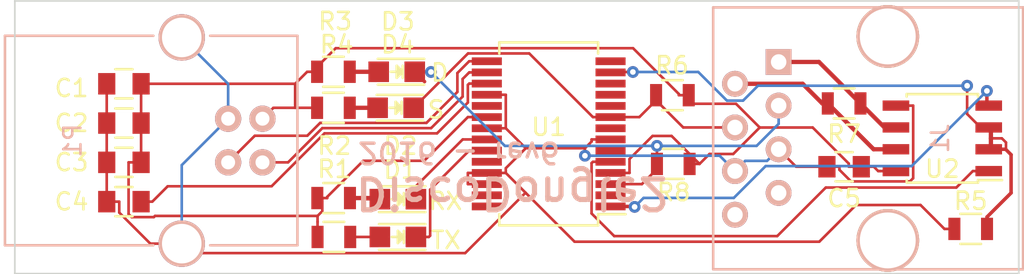
<source format=kicad_pcb>
(kicad_pcb (version 20171130) (host pcbnew "(5.1.12)-1")

  (general
    (thickness 1.6)
    (drawings 6)
    (tracks 247)
    (zones 0)
    (modules 21)
    (nets 32)
  )

  (page A4)
  (layers
    (0 F.Cu signal)
    (31 B.Cu signal)
    (32 B.Adhes user hide)
    (33 F.Adhes user hide)
    (34 B.Paste user hide)
    (35 F.Paste user hide)
    (36 B.SilkS user hide)
    (37 F.SilkS user hide)
    (38 B.Mask user hide)
    (39 F.Mask user hide)
    (40 Dwgs.User user hide)
    (41 Cmts.User user hide)
    (42 Eco1.User user hide)
    (43 Eco2.User user hide)
    (44 Edge.Cuts user)
    (45 Margin user hide)
    (46 B.CrtYd user hide)
    (47 F.CrtYd user hide)
    (48 B.Fab user hide)
    (49 F.Fab user hide)
  )

  (setup
    (last_trace_width 0.1524)
    (user_trace_width 0.2032)
    (trace_clearance 0.1524)
    (zone_clearance 0.25)
    (zone_45_only no)
    (trace_min 0.1524)
    (via_size 0.6858)
    (via_drill 0.3302)
    (via_min_size 0.6858)
    (via_min_drill 0.3302)
    (uvia_size 0.762)
    (uvia_drill 0.508)
    (uvias_allowed no)
    (uvia_min_size 0)
    (uvia_min_drill 0)
    (edge_width 0.1)
    (segment_width 0.2)
    (pcb_text_width 0.3)
    (pcb_text_size 1.5 1.5)
    (mod_edge_width 0.15)
    (mod_text_size 1 1)
    (mod_text_width 0.15)
    (pad_size 1.5 1.5)
    (pad_drill 0.6)
    (pad_to_mask_clearance 0)
    (aux_axis_origin 0 0)
    (grid_origin 205.232 104.394)
    (visible_elements 7FFFFFFF)
    (pcbplotparams
      (layerselection 0x010f8_80000001)
      (usegerberextensions true)
      (usegerberattributes true)
      (usegerberadvancedattributes true)
      (creategerberjobfile true)
      (excludeedgelayer true)
      (linewidth 0.100000)
      (plotframeref false)
      (viasonmask false)
      (mode 1)
      (useauxorigin false)
      (hpglpennumber 1)
      (hpglpenspeed 20)
      (hpglpendiameter 15.000000)
      (psnegative false)
      (psa4output false)
      (plotreference true)
      (plotvalue true)
      (plotinvisibletext false)
      (padsonsilk false)
      (subtractmaskfromsilk false)
      (outputformat 1)
      (mirror false)
      (drillshape 0)
      (scaleselection 1)
      (outputdirectory "Gerbers/"))
  )

  (net 0 "")
  (net 1 +5V)
  (net 2 GND)
  (net 3 "Net-(C4-Pad1)")
  (net 4 "Net-(D1-Pad2)")
  (net 5 TXLED)
  (net 6 "Net-(D2-Pad2)")
  (net 7 RXLED)
  (net 8 "Net-(D3-Pad2)")
  (net 9 Daisy)
  (net 10 "Net-(D4-Pad2)")
  (net 11 Signal)
  (net 12 "Net-(J1-Pad1)")
  (net 13 "Net-(J1-Pad2)")
  (net 14 "Net-(J1-Pad7)")
  (net 15 "Net-(J1-Pad8)")
  (net 16 "Net-(P1-Pad2)")
  (net 17 "Net-(P1-Pad3)")
  (net 18 "Net-(U1-Pad2)")
  (net 19 "Net-(U1-Pad6)")
  (net 20 "Net-(U1-Pad8)")
  (net 21 "Net-(U1-Pad12)")
  (net 22 "Net-(U1-Pad14)")
  (net 23 "Net-(U1-Pad19)")
  (net 24 "Net-(U1-Pad24)")
  (net 25 "Net-(U1-Pad27)")
  (net 26 "Net-(U1-Pad28)")
  (net 27 "Net-(R5-Pad1)")
  (net 28 "Net-(U1-Pad11)")
  (net 29 "Net-(U1-Pad1)")
  (net 30 "Net-(U1-Pad5)")
  (net 31 "Net-(U1-Pad10)")

  (net_class Default "This is the default net class."
    (clearance 0.1524)
    (trace_width 0.1524)
    (via_dia 0.6858)
    (via_drill 0.3302)
    (uvia_dia 0.762)
    (uvia_drill 0.508)
    (add_net +5V)
    (add_net Daisy)
    (add_net GND)
    (add_net "Net-(C4-Pad1)")
    (add_net "Net-(D1-Pad2)")
    (add_net "Net-(D2-Pad2)")
    (add_net "Net-(D3-Pad2)")
    (add_net "Net-(D4-Pad2)")
    (add_net "Net-(J1-Pad1)")
    (add_net "Net-(J1-Pad2)")
    (add_net "Net-(J1-Pad7)")
    (add_net "Net-(J1-Pad8)")
    (add_net "Net-(P1-Pad2)")
    (add_net "Net-(P1-Pad3)")
    (add_net "Net-(R5-Pad1)")
    (add_net "Net-(U1-Pad1)")
    (add_net "Net-(U1-Pad10)")
    (add_net "Net-(U1-Pad11)")
    (add_net "Net-(U1-Pad12)")
    (add_net "Net-(U1-Pad14)")
    (add_net "Net-(U1-Pad19)")
    (add_net "Net-(U1-Pad2)")
    (add_net "Net-(U1-Pad24)")
    (add_net "Net-(U1-Pad27)")
    (add_net "Net-(U1-Pad28)")
    (add_net "Net-(U1-Pad5)")
    (add_net "Net-(U1-Pad6)")
    (add_net "Net-(U1-Pad8)")
    (add_net RXLED)
    (add_net Signal)
    (add_net TXLED)
  )

  (module Connect:RJ45_8 (layer B.Cu) (tedit 5779F257) (tstamp 5779F1D1)
    (at 188.214 105.156 270)
    (tags RJ45)
    (path /574693F2)
    (fp_text reference J1 (at 0 -3.048 270) (layer B.SilkS)
      (effects (font (size 1 1) (thickness 0.15)) (justify mirror))
    )
    (fp_text value RJ45 (at 0.14224 0.1016 270) (layer B.Fab) hide
      (effects (font (size 1 1) (thickness 0.15)) (justify mirror))
    )
    (fp_line (start -7.62 -7.874) (end 7.62 -7.874) (layer B.SilkS) (width 0.15))
    (fp_line (start 7.62 -7.874) (end 7.62 10.16) (layer B.SilkS) (width 0.15))
    (fp_line (start 7.62 10.16) (end -7.62 10.16) (layer B.SilkS) (width 0.15))
    (fp_line (start -7.62 10.16) (end -7.62 -7.874) (layer B.SilkS) (width 0.15))
    (pad Hole np_thru_hole circle (at 5.93852 0 270) (size 3.64998 3.64998) (drill 3.2512) (layers *.Cu *.SilkS *.Mask))
    (pad Hole np_thru_hole circle (at -5.9309 0 270) (size 3.64998 3.64998) (drill 3.2512) (layers *.Cu *.SilkS *.Mask))
    (pad 1 thru_hole rect (at -4.445 6.35 270) (size 1.50114 1.50114) (drill 0.89916) (layers *.Cu *.Mask B.SilkS)
      (net 12 "Net-(J1-Pad1)"))
    (pad 2 thru_hole circle (at -3.175 8.89 270) (size 1.50114 1.50114) (drill 0.89916) (layers *.Cu *.Mask B.SilkS)
      (net 13 "Net-(J1-Pad2)"))
    (pad 3 thru_hole circle (at -1.905 6.35 270) (size 1.50114 1.50114) (drill 0.89916) (layers *.Cu *.Mask B.SilkS)
      (net 9 Daisy))
    (pad 4 thru_hole circle (at -0.635 8.89 270) (size 1.50114 1.50114) (drill 0.89916) (layers *.Cu *.Mask B.SilkS)
      (net 11 Signal))
    (pad 5 thru_hole circle (at 0.635 6.35 270) (size 1.50114 1.50114) (drill 0.89916) (layers *.Cu *.Mask B.SilkS)
      (net 2 GND))
    (pad 6 thru_hole circle (at 1.905 8.89 270) (size 1.50114 1.50114) (drill 0.89916) (layers *.Cu *.Mask B.SilkS)
      (net 2 GND))
    (pad 7 thru_hole circle (at 3.175 6.35 270) (size 1.50114 1.50114) (drill 0.89916) (layers *.Cu *.Mask B.SilkS)
      (net 14 "Net-(J1-Pad7)"))
    (pad 8 thru_hole circle (at 4.445 8.89 270) (size 1.50114 1.50114) (drill 0.89916) (layers *.Cu *.Mask B.SilkS)
      (net 15 "Net-(J1-Pad8)"))
    (model Connect.3dshapes/RJ45_8.wrl
      (at (xyz 0 0 0))
      (scale (xyz 0.4 0.4 0.4))
      (rotate (xyz 0 0 0))
    )
  )

  (module Connect:USB_B (layer B.Cu) (tedit 5779F0F5) (tstamp 5779F1E5)
    (at 151.828 104.013 180)
    (descr "USB B connector")
    (tags "USB_B USB_DEV")
    (path /57468D47)
    (fp_text reference P1 (at 11.049 -1.27 90) (layer B.SilkS)
      (effects (font (size 1 1) (thickness 0.15)) (justify mirror))
    )
    (fp_text value USB_B (at 4.699 -1.27 270) (layer B.Fab) hide
      (effects (font (size 1 1) (thickness 0.15)) (justify mirror))
    )
    (fp_line (start 15.25 -8.9) (end -2.3 -8.9) (layer B.CrtYd) (width 0.05))
    (fp_line (start -2.3 -8.9) (end -2.3 6.35) (layer B.CrtYd) (width 0.05))
    (fp_line (start -2.3 6.35) (end 15.25 6.35) (layer B.CrtYd) (width 0.05))
    (fp_line (start 15.25 6.35) (end 15.25 -8.9) (layer B.CrtYd) (width 0.05))
    (fp_line (start 6.35 -7.366) (end 14.986 -7.366) (layer B.SilkS) (width 0.15))
    (fp_line (start -2.032 -7.366) (end 3.048 -7.366) (layer B.SilkS) (width 0.15))
    (fp_line (start 6.35 4.826) (end 14.986 4.826) (layer B.SilkS) (width 0.15))
    (fp_line (start -2.032 4.826) (end 3.048 4.826) (layer B.SilkS) (width 0.15))
    (fp_line (start 14.986 4.826) (end 14.986 -7.366) (layer B.SilkS) (width 0.15))
    (fp_line (start -2.032 -7.366) (end -2.032 4.826) (layer B.SilkS) (width 0.15))
    (pad 2 thru_hole circle (at 0 -2.54 270) (size 1.524 1.524) (drill 0.8128) (layers *.Cu *.Mask B.SilkS)
      (net 16 "Net-(P1-Pad2)"))
    (pad 1 thru_hole circle (at 0 0 270) (size 1.524 1.524) (drill 0.8128) (layers *.Cu *.Mask B.SilkS)
      (net 1 +5V))
    (pad 4 thru_hole circle (at 1.99898 0 270) (size 1.524 1.524) (drill 0.8128) (layers *.Cu *.Mask B.SilkS)
      (net 2 GND))
    (pad 3 thru_hole circle (at 1.99898 -2.54 270) (size 1.524 1.524) (drill 0.8128) (layers *.Cu *.Mask B.SilkS)
      (net 17 "Net-(P1-Pad3)"))
    (pad 5 thru_hole circle (at 4.699 -7.26948 270) (size 2.70002 2.70002) (drill 2.30124) (layers *.Cu *.Mask B.SilkS)
      (net 2 GND))
    (pad 5 thru_hole circle (at 4.699 4.72948 270) (size 2.70002 2.70002) (drill 2.30124) (layers *.Cu *.Mask B.SilkS)
      (net 2 GND))
    (model Connect.3dshapes/USB_B.wrl
      (offset (xyz 4.6989999294281 -1.269999980926514 0.02539999961853028))
      (scale (xyz 0.3937 0.3937 0.3937))
      (rotate (xyz 0 0 -90))
    )
  )

  (module LEDs:LED_0805 (layer F.Cu) (tedit 577A1D7E) (tstamp 5779F199)
    (at 159.707 108.694 180)
    (descr "LED 0805 smd package")
    (tags "LED 0805 SMD")
    (path /5746A53E)
    (attr smd)
    (fp_text reference D2 (at -0.15 3.1 180) (layer F.SilkS)
      (effects (font (size 1 1) (thickness 0.15)))
    )
    (fp_text value RX (at -2.7686 -0.1143 180) (layer F.SilkS)
      (effects (font (size 1 1) (thickness 0.15)))
    )
    (fp_line (start -1.6 0.75) (end 1.1 0.75) (layer F.SilkS) (width 0.15))
    (fp_line (start -1.6 -0.75) (end 1.1 -0.75) (layer F.SilkS) (width 0.15))
    (fp_line (start -0.1 0.15) (end -0.1 -0.1) (layer F.SilkS) (width 0.15))
    (fp_line (start -0.1 -0.1) (end -0.25 0.05) (layer F.SilkS) (width 0.15))
    (fp_line (start -0.35 -0.35) (end -0.35 0.35) (layer F.SilkS) (width 0.15))
    (fp_line (start 0 0) (end 0.35 0) (layer F.SilkS) (width 0.15))
    (fp_line (start -0.35 0) (end 0 -0.35) (layer F.SilkS) (width 0.15))
    (fp_line (start 0 -0.35) (end 0 0.35) (layer F.SilkS) (width 0.15))
    (fp_line (start 0 0.35) (end -0.35 0) (layer F.SilkS) (width 0.15))
    (fp_line (start 1.9 -0.95) (end 1.9 0.95) (layer F.CrtYd) (width 0.05))
    (fp_line (start 1.9 0.95) (end -1.9 0.95) (layer F.CrtYd) (width 0.05))
    (fp_line (start -1.9 0.95) (end -1.9 -0.95) (layer F.CrtYd) (width 0.05))
    (fp_line (start -1.9 -0.95) (end 1.9 -0.95) (layer F.CrtYd) (width 0.05))
    (pad 2 smd rect (at 1.04902 0) (size 1.19888 1.19888) (layers F.Cu F.Paste F.Mask)
      (net 6 "Net-(D2-Pad2)"))
    (pad 1 smd rect (at -1.04902 0) (size 1.19888 1.19888) (layers F.Cu F.Paste F.Mask)
      (net 7 RXLED))
    (model LEDs.3dshapes/LED_0805.wrl
      (at (xyz 0 0 0))
      (scale (xyz 1 1 1))
      (rotate (xyz 0 0 0))
    )
  )

  (module LEDs:LED_0805 (layer F.Cu) (tedit 577A1D83) (tstamp 5779F186)
    (at 159.707 110.894 180)
    (descr "LED 0805 smd package")
    (tags "LED 0805 SMD")
    (path /5746A4EF)
    (attr smd)
    (fp_text reference D1 (at -0.15 3.9 180) (layer F.SilkS)
      (effects (font (size 1 1) (thickness 0.15)))
    )
    (fp_text value TX (at -2.794 -0.1905 180) (layer F.SilkS)
      (effects (font (size 1 1) (thickness 0.15)))
    )
    (fp_line (start -1.6 0.75) (end 1.1 0.75) (layer F.SilkS) (width 0.15))
    (fp_line (start -1.6 -0.75) (end 1.1 -0.75) (layer F.SilkS) (width 0.15))
    (fp_line (start -0.1 0.15) (end -0.1 -0.1) (layer F.SilkS) (width 0.15))
    (fp_line (start -0.1 -0.1) (end -0.25 0.05) (layer F.SilkS) (width 0.15))
    (fp_line (start -0.35 -0.35) (end -0.35 0.35) (layer F.SilkS) (width 0.15))
    (fp_line (start 0 0) (end 0.35 0) (layer F.SilkS) (width 0.15))
    (fp_line (start -0.35 0) (end 0 -0.35) (layer F.SilkS) (width 0.15))
    (fp_line (start 0 -0.35) (end 0 0.35) (layer F.SilkS) (width 0.15))
    (fp_line (start 0 0.35) (end -0.35 0) (layer F.SilkS) (width 0.15))
    (fp_line (start 1.9 -0.95) (end 1.9 0.95) (layer F.CrtYd) (width 0.05))
    (fp_line (start 1.9 0.95) (end -1.9 0.95) (layer F.CrtYd) (width 0.05))
    (fp_line (start -1.9 0.95) (end -1.9 -0.95) (layer F.CrtYd) (width 0.05))
    (fp_line (start -1.9 -0.95) (end 1.9 -0.95) (layer F.CrtYd) (width 0.05))
    (pad 2 smd rect (at 1.04902 0) (size 1.19888 1.19888) (layers F.Cu F.Paste F.Mask)
      (net 4 "Net-(D1-Pad2)"))
    (pad 1 smd rect (at -1.04902 0) (size 1.19888 1.19888) (layers F.Cu F.Paste F.Mask)
      (net 5 TXLED))
    (model LEDs.3dshapes/LED_0805.wrl
      (at (xyz 0 0 0))
      (scale (xyz 1 1 1))
      (rotate (xyz 0 0 0))
    )
  )

  (module Resistors_SMD:R_0805 (layer F.Cu) (tedit 577A1BE3) (tstamp 5779F206)
    (at 155.982 110.894)
    (descr "Resistor SMD 0805, reflow soldering, Vishay (see dcrcw.pdf)")
    (tags "resistor 0805")
    (path /5746A6E4)
    (attr smd)
    (fp_text reference R1 (at 0.025 -3.95) (layer F.SilkS)
      (effects (font (size 1 1) (thickness 0.15)))
    )
    (fp_text value 200 (at 0 2.1) (layer F.Fab) hide
      (effects (font (size 1 1) (thickness 0.15)))
    )
    (fp_line (start -1.6 -1) (end 1.6 -1) (layer F.CrtYd) (width 0.05))
    (fp_line (start -1.6 1) (end 1.6 1) (layer F.CrtYd) (width 0.05))
    (fp_line (start -1.6 -1) (end -1.6 1) (layer F.CrtYd) (width 0.05))
    (fp_line (start 1.6 -1) (end 1.6 1) (layer F.CrtYd) (width 0.05))
    (fp_line (start 0.6 0.875) (end -0.6 0.875) (layer F.SilkS) (width 0.15))
    (fp_line (start -0.6 -0.875) (end 0.6 -0.875) (layer F.SilkS) (width 0.15))
    (pad 1 smd rect (at -0.95 0) (size 0.7 1.3) (layers F.Cu F.Paste F.Mask)
      (net 1 +5V))
    (pad 2 smd rect (at 0.95 0) (size 0.7 1.3) (layers F.Cu F.Paste F.Mask)
      (net 4 "Net-(D1-Pad2)"))
    (model Resistors_SMD.3dshapes/R_0805.wrl
      (at (xyz 0 0 0))
      (scale (xyz 1 1 1))
      (rotate (xyz 0 0 0))
    )
  )

  (module Resistors_SMD:R_0805 (layer F.Cu) (tedit 577A1D58) (tstamp 5779F212)
    (at 155.968 108.63)
    (descr "Resistor SMD 0805, reflow soldering, Vishay (see dcrcw.pdf)")
    (tags "resistor 0805")
    (path /5746A771)
    (attr smd)
    (fp_text reference R2 (at 0.0395 -3.0365) (layer F.SilkS)
      (effects (font (size 1 1) (thickness 0.15)))
    )
    (fp_text value 200 (at 0 2.1) (layer F.Fab) hide
      (effects (font (size 1 1) (thickness 0.15)))
    )
    (fp_line (start -1.6 -1) (end 1.6 -1) (layer F.CrtYd) (width 0.05))
    (fp_line (start -1.6 1) (end 1.6 1) (layer F.CrtYd) (width 0.05))
    (fp_line (start -1.6 -1) (end -1.6 1) (layer F.CrtYd) (width 0.05))
    (fp_line (start 1.6 -1) (end 1.6 1) (layer F.CrtYd) (width 0.05))
    (fp_line (start 0.6 0.875) (end -0.6 0.875) (layer F.SilkS) (width 0.15))
    (fp_line (start -0.6 -0.875) (end 0.6 -0.875) (layer F.SilkS) (width 0.15))
    (pad 1 smd rect (at -0.95 0) (size 0.7 1.3) (layers F.Cu F.Paste F.Mask)
      (net 1 +5V))
    (pad 2 smd rect (at 0.95 0) (size 0.7 1.3) (layers F.Cu F.Paste F.Mask)
      (net 6 "Net-(D2-Pad2)"))
    (model Resistors_SMD.3dshapes/R_0805.wrl
      (at (xyz 0 0 0))
      (scale (xyz 1 1 1))
      (rotate (xyz 0 0 0))
    )
  )

  (module Capacitors_SMD:C_0805 (layer F.Cu) (tedit 5779F73A) (tstamp 5779F143)
    (at 143.764 101.981 180)
    (descr "Capacitor SMD 0805, reflow soldering, AVX (see smccp.pdf)")
    (tags "capacitor 0805")
    (path /5746D4DF)
    (attr smd)
    (fp_text reference C1 (at 3.048 -0.254 180) (layer F.SilkS)
      (effects (font (size 1 1) (thickness 0.15)))
    )
    (fp_text value 100nF (at 0 2.1 180) (layer F.Fab) hide
      (effects (font (size 1 1) (thickness 0.15)))
    )
    (fp_line (start -1.8 -1) (end 1.8 -1) (layer F.CrtYd) (width 0.05))
    (fp_line (start -1.8 1) (end 1.8 1) (layer F.CrtYd) (width 0.05))
    (fp_line (start -1.8 -1) (end -1.8 1) (layer F.CrtYd) (width 0.05))
    (fp_line (start 1.8 -1) (end 1.8 1) (layer F.CrtYd) (width 0.05))
    (fp_line (start 0.5 -0.85) (end -0.5 -0.85) (layer F.SilkS) (width 0.15))
    (fp_line (start -0.5 0.85) (end 0.5 0.85) (layer F.SilkS) (width 0.15))
    (pad 1 smd rect (at -1 0 180) (size 1 1.25) (layers F.Cu F.Paste F.Mask)
      (net 1 +5V))
    (pad 2 smd rect (at 1 0 180) (size 1 1.25) (layers F.Cu F.Paste F.Mask)
      (net 2 GND))
    (model Capacitors_SMD.3dshapes/C_0805.wrl
      (at (xyz 0 0 0))
      (scale (xyz 1 1 1))
      (rotate (xyz 0 0 0))
    )
  )

  (module Capacitors_SMD:C_0805 (layer F.Cu) (tedit 5779F73F) (tstamp 5779F14F)
    (at 143.764 104.267 180)
    (descr "Capacitor SMD 0805, reflow soldering, AVX (see smccp.pdf)")
    (tags "capacitor 0805")
    (path /5746D51B)
    (attr smd)
    (fp_text reference C2 (at 3.048 0 180) (layer F.SilkS)
      (effects (font (size 1 1) (thickness 0.15)))
    )
    (fp_text value 4.7uF (at 0 2.1 180) (layer F.Fab) hide
      (effects (font (size 1 1) (thickness 0.15)))
    )
    (fp_line (start -1.8 -1) (end 1.8 -1) (layer F.CrtYd) (width 0.05))
    (fp_line (start -1.8 1) (end 1.8 1) (layer F.CrtYd) (width 0.05))
    (fp_line (start -1.8 -1) (end -1.8 1) (layer F.CrtYd) (width 0.05))
    (fp_line (start 1.8 -1) (end 1.8 1) (layer F.CrtYd) (width 0.05))
    (fp_line (start 0.5 -0.85) (end -0.5 -0.85) (layer F.SilkS) (width 0.15))
    (fp_line (start -0.5 0.85) (end 0.5 0.85) (layer F.SilkS) (width 0.15))
    (pad 1 smd rect (at -1 0 180) (size 1 1.25) (layers F.Cu F.Paste F.Mask)
      (net 1 +5V))
    (pad 2 smd rect (at 1 0 180) (size 1 1.25) (layers F.Cu F.Paste F.Mask)
      (net 2 GND))
    (model Capacitors_SMD.3dshapes/C_0805.wrl
      (at (xyz 0 0 0))
      (scale (xyz 1 1 1))
      (rotate (xyz 0 0 0))
    )
  )

  (module Capacitors_SMD:C_0805 (layer F.Cu) (tedit 5779F744) (tstamp 5779F15B)
    (at 143.764 106.553 180)
    (descr "Capacitor SMD 0805, reflow soldering, AVX (see smccp.pdf)")
    (tags "capacitor 0805")
    (path /5746D054)
    (attr smd)
    (fp_text reference C3 (at 3.048 0 180) (layer F.SilkS)
      (effects (font (size 1 1) (thickness 0.15)))
    )
    (fp_text value 10nF (at 0 2.1 180) (layer F.Fab) hide
      (effects (font (size 1 1) (thickness 0.15)))
    )
    (fp_line (start -1.8 -1) (end 1.8 -1) (layer F.CrtYd) (width 0.05))
    (fp_line (start -1.8 1) (end 1.8 1) (layer F.CrtYd) (width 0.05))
    (fp_line (start -1.8 -1) (end -1.8 1) (layer F.CrtYd) (width 0.05))
    (fp_line (start 1.8 -1) (end 1.8 1) (layer F.CrtYd) (width 0.05))
    (fp_line (start 0.5 -0.85) (end -0.5 -0.85) (layer F.SilkS) (width 0.15))
    (fp_line (start -0.5 0.85) (end 0.5 0.85) (layer F.SilkS) (width 0.15))
    (pad 1 smd rect (at -1 0 180) (size 1 1.25) (layers F.Cu F.Paste F.Mask)
      (net 1 +5V))
    (pad 2 smd rect (at 1 0 180) (size 1 1.25) (layers F.Cu F.Paste F.Mask)
      (net 2 GND))
    (model Capacitors_SMD.3dshapes/C_0805.wrl
      (at (xyz 0 0 0))
      (scale (xyz 1 1 1))
      (rotate (xyz 0 0 0))
    )
  )

  (module Capacitors_SMD:C_0805 (layer F.Cu) (tedit 5779F74C) (tstamp 5779F167)
    (at 143.764 108.839 180)
    (descr "Capacitor SMD 0805, reflow soldering, AVX (see smccp.pdf)")
    (tags "capacitor 0805")
    (path /5746911C)
    (attr smd)
    (fp_text reference C4 (at 3.048 0 180) (layer F.SilkS)
      (effects (font (size 1 1) (thickness 0.15)))
    )
    (fp_text value 100nF (at 0 2.1 180) (layer F.Fab) hide
      (effects (font (size 1 1) (thickness 0.15)))
    )
    (fp_line (start -1.8 -1) (end 1.8 -1) (layer F.CrtYd) (width 0.05))
    (fp_line (start -1.8 1) (end 1.8 1) (layer F.CrtYd) (width 0.05))
    (fp_line (start -1.8 -1) (end -1.8 1) (layer F.CrtYd) (width 0.05))
    (fp_line (start 1.8 -1) (end 1.8 1) (layer F.CrtYd) (width 0.05))
    (fp_line (start 0.5 -0.85) (end -0.5 -0.85) (layer F.SilkS) (width 0.15))
    (fp_line (start -0.5 0.85) (end 0.5 0.85) (layer F.SilkS) (width 0.15))
    (pad 1 smd rect (at -1 0 180) (size 1 1.25) (layers F.Cu F.Paste F.Mask)
      (net 3 "Net-(C4-Pad1)"))
    (pad 2 smd rect (at 1 0 180) (size 1 1.25) (layers F.Cu F.Paste F.Mask)
      (net 2 GND))
    (model Capacitors_SMD.3dshapes/C_0805.wrl
      (at (xyz 0 0 0))
      (scale (xyz 1 1 1))
      (rotate (xyz 0 0 0))
    )
  )

  (module Capacitors_SMD:C_0805 (layer F.Cu) (tedit 577A17A2) (tstamp 5779F173)
    (at 185.674 106.807 180)
    (descr "Capacitor SMD 0805, reflow soldering, AVX (see smccp.pdf)")
    (tags "capacitor 0805")
    (path /5746C982)
    (attr smd)
    (fp_text reference C5 (at 0 -1.8415 180) (layer F.SilkS)
      (effects (font (size 1 1) (thickness 0.15)))
    )
    (fp_text value 100nF (at 0 2.1 180) (layer F.Fab) hide
      (effects (font (size 1 1) (thickness 0.15)))
    )
    (fp_line (start -1.8 -1) (end 1.8 -1) (layer F.CrtYd) (width 0.05))
    (fp_line (start -1.8 1) (end 1.8 1) (layer F.CrtYd) (width 0.05))
    (fp_line (start -1.8 -1) (end -1.8 1) (layer F.CrtYd) (width 0.05))
    (fp_line (start 1.8 -1) (end 1.8 1) (layer F.CrtYd) (width 0.05))
    (fp_line (start 0.5 -0.85) (end -0.5 -0.85) (layer F.SilkS) (width 0.15))
    (fp_line (start -0.5 0.85) (end 0.5 0.85) (layer F.SilkS) (width 0.15))
    (pad 1 smd rect (at -1 0 180) (size 1 1.25) (layers F.Cu F.Paste F.Mask)
      (net 1 +5V))
    (pad 2 smd rect (at 1 0 180) (size 1 1.25) (layers F.Cu F.Paste F.Mask)
      (net 2 GND))
    (model Capacitors_SMD.3dshapes/C_0805.wrl
      (at (xyz 0 0 0))
      (scale (xyz 1 1 1))
      (rotate (xyz 0 0 0))
    )
  )

  (module LEDs:LED_0805 (layer F.Cu) (tedit 57EC9445) (tstamp 5779F1AC)
    (at 159.639 101.282 180)
    (descr "LED 0805 smd package")
    (tags "LED 0805 SMD")
    (path /5748F519)
    (attr smd)
    (fp_text reference D3 (at -0.0635 2.921 180) (layer F.SilkS)
      (effects (font (size 1 1) (thickness 0.15)))
    )
    (fp_text value D (at -2.5019 -0.0508 180) (layer F.SilkS)
      (effects (font (size 1 1) (thickness 0.15)))
    )
    (fp_line (start -1.6 0.75) (end 1.1 0.75) (layer F.SilkS) (width 0.15))
    (fp_line (start -1.6 -0.75) (end 1.1 -0.75) (layer F.SilkS) (width 0.15))
    (fp_line (start -0.1 0.15) (end -0.1 -0.1) (layer F.SilkS) (width 0.15))
    (fp_line (start -0.1 -0.1) (end -0.25 0.05) (layer F.SilkS) (width 0.15))
    (fp_line (start -0.35 -0.35) (end -0.35 0.35) (layer F.SilkS) (width 0.15))
    (fp_line (start 0 0) (end 0.35 0) (layer F.SilkS) (width 0.15))
    (fp_line (start -0.35 0) (end 0 -0.35) (layer F.SilkS) (width 0.15))
    (fp_line (start 0 -0.35) (end 0 0.35) (layer F.SilkS) (width 0.15))
    (fp_line (start 0 0.35) (end -0.35 0) (layer F.SilkS) (width 0.15))
    (fp_line (start 1.9 -0.95) (end 1.9 0.95) (layer F.CrtYd) (width 0.05))
    (fp_line (start 1.9 0.95) (end -1.9 0.95) (layer F.CrtYd) (width 0.05))
    (fp_line (start -1.9 0.95) (end -1.9 -0.95) (layer F.CrtYd) (width 0.05))
    (fp_line (start -1.9 -0.95) (end 1.9 -0.95) (layer F.CrtYd) (width 0.05))
    (pad 2 smd rect (at 1.04902 0) (size 1.19888 1.19888) (layers F.Cu F.Paste F.Mask)
      (net 8 "Net-(D3-Pad2)"))
    (pad 1 smd rect (at -1.04902 0) (size 1.19888 1.19888) (layers F.Cu F.Paste F.Mask)
      (net 9 Daisy))
    (model LEDs.3dshapes/LED_0805.wrl
      (at (xyz 0 0 0))
      (scale (xyz 1 1 1))
      (rotate (xyz 0 0 0))
    )
  )

  (module LEDs:LED_0805 (layer F.Cu) (tedit 57EC944C) (tstamp 5779F1BF)
    (at 159.576 103.378 180)
    (descr "LED 0805 smd package")
    (tags "LED 0805 SMD")
    (path /57490E65)
    (attr smd)
    (fp_text reference D4 (at -0.127 3.683 180) (layer F.SilkS)
      (effects (font (size 1 1) (thickness 0.15)))
    )
    (fp_text value S (at -2.3495 -0.1143 180) (layer F.SilkS)
      (effects (font (size 1 1) (thickness 0.15)))
    )
    (fp_line (start -1.6 0.75) (end 1.1 0.75) (layer F.SilkS) (width 0.15))
    (fp_line (start -1.6 -0.75) (end 1.1 -0.75) (layer F.SilkS) (width 0.15))
    (fp_line (start -0.1 0.15) (end -0.1 -0.1) (layer F.SilkS) (width 0.15))
    (fp_line (start -0.1 -0.1) (end -0.25 0.05) (layer F.SilkS) (width 0.15))
    (fp_line (start -0.35 -0.35) (end -0.35 0.35) (layer F.SilkS) (width 0.15))
    (fp_line (start 0 0) (end 0.35 0) (layer F.SilkS) (width 0.15))
    (fp_line (start -0.35 0) (end 0 -0.35) (layer F.SilkS) (width 0.15))
    (fp_line (start 0 -0.35) (end 0 0.35) (layer F.SilkS) (width 0.15))
    (fp_line (start 0 0.35) (end -0.35 0) (layer F.SilkS) (width 0.15))
    (fp_line (start 1.9 -0.95) (end 1.9 0.95) (layer F.CrtYd) (width 0.05))
    (fp_line (start 1.9 0.95) (end -1.9 0.95) (layer F.CrtYd) (width 0.05))
    (fp_line (start -1.9 0.95) (end -1.9 -0.95) (layer F.CrtYd) (width 0.05))
    (fp_line (start -1.9 -0.95) (end 1.9 -0.95) (layer F.CrtYd) (width 0.05))
    (pad 2 smd rect (at 1.04902 0) (size 1.19888 1.19888) (layers F.Cu F.Paste F.Mask)
      (net 10 "Net-(D4-Pad2)"))
    (pad 1 smd rect (at -1.04902 0) (size 1.19888 1.19888) (layers F.Cu F.Paste F.Mask)
      (net 11 Signal))
    (model LEDs.3dshapes/LED_0805.wrl
      (at (xyz 0 0 0))
      (scale (xyz 1 1 1))
      (rotate (xyz 0 0 0))
    )
  )

  (module Resistors_SMD:R_0805 (layer F.Cu) (tedit 577A1C54) (tstamp 5779F21E)
    (at 155.956 103.378)
    (descr "Resistor SMD 0805, reflow soldering, Vishay (see dcrcw.pdf)")
    (tags "resistor 0805")
    (path /57490EAE)
    (attr smd)
    (fp_text reference R4 (at 0.1905 -3.683) (layer F.SilkS)
      (effects (font (size 1 1) (thickness 0.15)))
    )
    (fp_text value 200 (at 0 2.1) (layer F.Fab) hide
      (effects (font (size 1 1) (thickness 0.15)))
    )
    (fp_line (start -1.6 -1) (end 1.6 -1) (layer F.CrtYd) (width 0.05))
    (fp_line (start -1.6 1) (end 1.6 1) (layer F.CrtYd) (width 0.05))
    (fp_line (start -1.6 -1) (end -1.6 1) (layer F.CrtYd) (width 0.05))
    (fp_line (start 1.6 -1) (end 1.6 1) (layer F.CrtYd) (width 0.05))
    (fp_line (start 0.6 0.875) (end -0.6 0.875) (layer F.SilkS) (width 0.15))
    (fp_line (start -0.6 -0.875) (end 0.6 -0.875) (layer F.SilkS) (width 0.15))
    (pad 1 smd rect (at -0.95 0) (size 0.7 1.3) (layers F.Cu F.Paste F.Mask)
      (net 1 +5V))
    (pad 2 smd rect (at 0.95 0) (size 0.7 1.3) (layers F.Cu F.Paste F.Mask)
      (net 10 "Net-(D4-Pad2)"))
    (model Resistors_SMD.3dshapes/R_0805.wrl
      (at (xyz 0 0 0))
      (scale (xyz 1 1 1))
      (rotate (xyz 0 0 0))
    )
  )

  (module Resistors_SMD:R_0805 (layer F.Cu) (tedit 577A105C) (tstamp 5779F22A)
    (at 193.04 110.426 180)
    (descr "Resistor SMD 0805, reflow soldering, Vishay (see dcrcw.pdf)")
    (tags "resistor 0805")
    (path /574695A2)
    (attr smd)
    (fp_text reference R5 (at 0 1.6256) (layer F.SilkS)
      (effects (font (size 1 1) (thickness 0.15)))
    )
    (fp_text value 20k (at 0 2.1 180) (layer F.Fab) hide
      (effects (font (size 1 1) (thickness 0.15)))
    )
    (fp_line (start -1.6 -1) (end 1.6 -1) (layer F.CrtYd) (width 0.05))
    (fp_line (start -1.6 1) (end 1.6 1) (layer F.CrtYd) (width 0.05))
    (fp_line (start -1.6 -1) (end -1.6 1) (layer F.CrtYd) (width 0.05))
    (fp_line (start 1.6 -1) (end 1.6 1) (layer F.CrtYd) (width 0.05))
    (fp_line (start 0.6 0.875) (end -0.6 0.875) (layer F.SilkS) (width 0.15))
    (fp_line (start -0.6 -0.875) (end 0.6 -0.875) (layer F.SilkS) (width 0.15))
    (pad 1 smd rect (at -0.95 0 180) (size 0.7 1.3) (layers F.Cu F.Paste F.Mask)
      (net 27 "Net-(R5-Pad1)"))
    (pad 2 smd rect (at 0.95 0 180) (size 0.7 1.3) (layers F.Cu F.Paste F.Mask)
      (net 2 GND))
    (model Resistors_SMD.3dshapes/R_0805.wrl
      (at (xyz 0 0 0))
      (scale (xyz 1 1 1))
      (rotate (xyz 0 0 0))
    )
  )

  (module Resistors_SMD:R_0805 (layer F.Cu) (tedit 577A13F7) (tstamp 5779F236)
    (at 175.682 102.644 180)
    (descr "Resistor SMD 0805, reflow soldering, Vishay (see dcrcw.pdf)")
    (tags "resistor 0805")
    (path /5765F021)
    (attr smd)
    (fp_text reference R6 (at 0.0254 1.7272 180) (layer F.SilkS)
      (effects (font (size 1 1) (thickness 0.15)))
    )
    (fp_text value 20k (at 0 2.1 180) (layer F.Fab) hide
      (effects (font (size 1 1) (thickness 0.15)))
    )
    (fp_line (start -1.6 -1) (end 1.6 -1) (layer F.CrtYd) (width 0.05))
    (fp_line (start -1.6 1) (end 1.6 1) (layer F.CrtYd) (width 0.05))
    (fp_line (start -1.6 -1) (end -1.6 1) (layer F.CrtYd) (width 0.05))
    (fp_line (start 1.6 -1) (end 1.6 1) (layer F.CrtYd) (width 0.05))
    (fp_line (start 0.6 0.875) (end -0.6 0.875) (layer F.SilkS) (width 0.15))
    (fp_line (start -0.6 -0.875) (end 0.6 -0.875) (layer F.SilkS) (width 0.15))
    (pad 1 smd rect (at -0.95 0 180) (size 0.7 1.3) (layers F.Cu F.Paste F.Mask)
      (net 1 +5V))
    (pad 2 smd rect (at 0.95 0 180) (size 0.7 1.3) (layers F.Cu F.Paste F.Mask)
      (net 11 Signal))
    (model Resistors_SMD.3dshapes/R_0805.wrl
      (at (xyz 0 0 0))
      (scale (xyz 1 1 1))
      (rotate (xyz 0 0 0))
    )
  )

  (module Resistors_SMD:R_0805 (layer F.Cu) (tedit 577A0DED) (tstamp 5779F242)
    (at 185.674 103.124)
    (descr "Resistor SMD 0805, reflow soldering, Vishay (see dcrcw.pdf)")
    (tags "resistor 0805")
    (path /5746B006)
    (attr smd)
    (fp_text reference R7 (at 0 1.778 180) (layer F.SilkS)
      (effects (font (size 1 1) (thickness 0.15)))
    )
    (fp_text value 120 (at 0 2.1) (layer F.Fab) hide
      (effects (font (size 1 1) (thickness 0.15)))
    )
    (fp_line (start -1.6 -1) (end 1.6 -1) (layer F.CrtYd) (width 0.05))
    (fp_line (start -1.6 1) (end 1.6 1) (layer F.CrtYd) (width 0.05))
    (fp_line (start -1.6 -1) (end -1.6 1) (layer F.CrtYd) (width 0.05))
    (fp_line (start 1.6 -1) (end 1.6 1) (layer F.CrtYd) (width 0.05))
    (fp_line (start 0.6 0.875) (end -0.6 0.875) (layer F.SilkS) (width 0.15))
    (fp_line (start -0.6 -0.875) (end 0.6 -0.875) (layer F.SilkS) (width 0.15))
    (pad 1 smd rect (at -0.95 0) (size 0.7 1.3) (layers F.Cu F.Paste F.Mask)
      (net 13 "Net-(J1-Pad2)"))
    (pad 2 smd rect (at 0.95 0) (size 0.7 1.3) (layers F.Cu F.Paste F.Mask)
      (net 12 "Net-(J1-Pad1)"))
    (model Resistors_SMD.3dshapes/R_0805.wrl
      (at (xyz 0 0 0))
      (scale (xyz 1 1 1))
      (rotate (xyz 0 0 0))
    )
  )

  (module Resistors_SMD:R_0805 (layer F.Cu) (tedit 577A13F3) (tstamp 5779F24E)
    (at 175.732 106.644 180)
    (descr "Resistor SMD 0805, reflow soldering, Vishay (see dcrcw.pdf)")
    (tags "resistor 0805")
    (path /5747F3E8)
    (attr smd)
    (fp_text reference R8 (at -0.0254 -1.651 180) (layer F.SilkS)
      (effects (font (size 1 1) (thickness 0.15)))
    )
    (fp_text value 20k (at 0 2.1 180) (layer F.Fab) hide
      (effects (font (size 1 1) (thickness 0.15)))
    )
    (fp_line (start -1.6 -1) (end 1.6 -1) (layer F.CrtYd) (width 0.05))
    (fp_line (start -1.6 1) (end 1.6 1) (layer F.CrtYd) (width 0.05))
    (fp_line (start -1.6 -1) (end -1.6 1) (layer F.CrtYd) (width 0.05))
    (fp_line (start 1.6 -1) (end 1.6 1) (layer F.CrtYd) (width 0.05))
    (fp_line (start 0.6 0.875) (end -0.6 0.875) (layer F.SilkS) (width 0.15))
    (fp_line (start -0.6 -0.875) (end 0.6 -0.875) (layer F.SilkS) (width 0.15))
    (pad 1 smd rect (at -0.95 0 180) (size 0.7 1.3) (layers F.Cu F.Paste F.Mask)
      (net 1 +5V))
    (pad 2 smd rect (at 0.95 0 180) (size 0.7 1.3) (layers F.Cu F.Paste F.Mask)
      (net 9 Daisy))
    (model Resistors_SMD.3dshapes/R_0805.wrl
      (at (xyz 0 0 0))
      (scale (xyz 1 1 1))
      (rotate (xyz 0 0 0))
    )
  )

  (module Housings_SSOP:SSOP-28_5.3x10.2mm_Pitch0.65mm (layer F.Cu) (tedit 5779FB0C) (tstamp 5779F285)
    (at 168.482 104.894 180)
    (descr "28-Lead Plastic Shrink Small Outline (SS)-5.30 mm Body [SSOP] (see Microchip Packaging Specification 00000049BS.pdf)")
    (tags "SSOP 0.65")
    (path /57468CE5)
    (attr smd)
    (fp_text reference U1 (at 0 0.4 180) (layer F.SilkS)
      (effects (font (size 1 1) (thickness 0.15)))
    )
    (fp_text value FT232RL (at 0 6.25 180) (layer F.Fab) hide
      (effects (font (size 1 1) (thickness 0.15)))
    )
    (fp_line (start -4.75 -5.5) (end -4.75 5.5) (layer F.CrtYd) (width 0.05))
    (fp_line (start 4.75 -5.5) (end 4.75 5.5) (layer F.CrtYd) (width 0.05))
    (fp_line (start -4.75 -5.5) (end 4.75 -5.5) (layer F.CrtYd) (width 0.05))
    (fp_line (start -4.75 5.5) (end 4.75 5.5) (layer F.CrtYd) (width 0.05))
    (fp_line (start -2.875 -5.325) (end -2.875 -4.675) (layer F.SilkS) (width 0.15))
    (fp_line (start 2.875 -5.325) (end 2.875 -4.675) (layer F.SilkS) (width 0.15))
    (fp_line (start 2.875 5.325) (end 2.875 4.675) (layer F.SilkS) (width 0.15))
    (fp_line (start -2.875 5.325) (end -2.875 4.675) (layer F.SilkS) (width 0.15))
    (fp_line (start -2.875 -5.325) (end 2.875 -5.325) (layer F.SilkS) (width 0.15))
    (fp_line (start -2.875 5.325) (end 2.875 5.325) (layer F.SilkS) (width 0.15))
    (fp_line (start -2.875 -4.675) (end -4.475 -4.675) (layer F.SilkS) (width 0.15))
    (pad 1 smd rect (at -3.6 -4.225 180) (size 1.75 0.45) (layers F.Cu F.Paste F.Mask)
      (net 29 "Net-(U1-Pad1)"))
    (pad 2 smd rect (at -3.6 -3.575 180) (size 1.75 0.45) (layers F.Cu F.Paste F.Mask)
      (net 18 "Net-(U1-Pad2)"))
    (pad 3 smd rect (at -3.6 -2.925 180) (size 1.75 0.45) (layers F.Cu F.Paste F.Mask)
      (net 9 Daisy))
    (pad 4 smd rect (at -3.6 -2.275 180) (size 1.75 0.45) (layers F.Cu F.Paste F.Mask)
      (net 1 +5V))
    (pad 5 smd rect (at -3.6 -1.625 180) (size 1.75 0.45) (layers F.Cu F.Paste F.Mask)
      (net 30 "Net-(U1-Pad5)"))
    (pad 6 smd rect (at -3.6 -0.975 180) (size 1.75 0.45) (layers F.Cu F.Paste F.Mask)
      (net 19 "Net-(U1-Pad6)"))
    (pad 7 smd rect (at -3.6 -0.325 180) (size 1.75 0.45) (layers F.Cu F.Paste F.Mask)
      (net 2 GND))
    (pad 8 smd rect (at -3.6 0.325 180) (size 1.75 0.45) (layers F.Cu F.Paste F.Mask)
      (net 20 "Net-(U1-Pad8)"))
    (pad 9 smd rect (at -3.6 0.975 180) (size 1.75 0.45) (layers F.Cu F.Paste F.Mask)
      (net 11 Signal))
    (pad 10 smd rect (at -3.6 1.625 180) (size 1.75 0.45) (layers F.Cu F.Paste F.Mask)
      (net 31 "Net-(U1-Pad10)"))
    (pad 11 smd rect (at -3.6 2.275 180) (size 1.75 0.45) (layers F.Cu F.Paste F.Mask)
      (net 28 "Net-(U1-Pad11)"))
    (pad 12 smd rect (at -3.6 2.925 180) (size 1.75 0.45) (layers F.Cu F.Paste F.Mask)
      (net 21 "Net-(U1-Pad12)"))
    (pad 13 smd rect (at -3.6 3.575 180) (size 1.75 0.45) (layers F.Cu F.Paste F.Mask)
      (net 27 "Net-(R5-Pad1)"))
    (pad 14 smd rect (at -3.6 4.225 180) (size 1.75 0.45) (layers F.Cu F.Paste F.Mask)
      (net 22 "Net-(U1-Pad14)"))
    (pad 15 smd rect (at 3.6 4.225 180) (size 1.75 0.45) (layers F.Cu F.Paste F.Mask)
      (net 17 "Net-(P1-Pad3)"))
    (pad 16 smd rect (at 3.6 3.575 180) (size 1.75 0.45) (layers F.Cu F.Paste F.Mask)
      (net 16 "Net-(P1-Pad2)"))
    (pad 17 smd rect (at 3.6 2.925 180) (size 1.75 0.45) (layers F.Cu F.Paste F.Mask)
      (net 3 "Net-(C4-Pad1)"))
    (pad 18 smd rect (at 3.6 2.275 180) (size 1.75 0.45) (layers F.Cu F.Paste F.Mask)
      (net 2 GND))
    (pad 19 smd rect (at 3.6 1.625 180) (size 1.75 0.45) (layers F.Cu F.Paste F.Mask)
      (net 23 "Net-(U1-Pad19)"))
    (pad 20 smd rect (at 3.6 0.975 180) (size 1.75 0.45) (layers F.Cu F.Paste F.Mask)
      (net 1 +5V))
    (pad 21 smd rect (at 3.6 0.325 180) (size 1.75 0.45) (layers F.Cu F.Paste F.Mask)
      (net 2 GND))
    (pad 22 smd rect (at 3.6 -0.325 180) (size 1.75 0.45) (layers F.Cu F.Paste F.Mask)
      (net 7 RXLED))
    (pad 23 smd rect (at 3.6 -0.975 180) (size 1.75 0.45) (layers F.Cu F.Paste F.Mask)
      (net 5 TXLED))
    (pad 24 smd rect (at 3.6 -1.625 180) (size 1.75 0.45) (layers F.Cu F.Paste F.Mask)
      (net 24 "Net-(U1-Pad24)"))
    (pad 25 smd rect (at 3.6 -2.275 180) (size 1.75 0.45) (layers F.Cu F.Paste F.Mask)
      (net 2 GND))
    (pad 26 smd rect (at 3.6 -2.925 180) (size 1.75 0.45) (layers F.Cu F.Paste F.Mask)
      (net 2 GND))
    (pad 27 smd rect (at 3.6 -3.575 180) (size 1.75 0.45) (layers F.Cu F.Paste F.Mask)
      (net 25 "Net-(U1-Pad27)"))
    (pad 28 smd rect (at 3.6 -4.225 180) (size 1.75 0.45) (layers F.Cu F.Paste F.Mask)
      (net 26 "Net-(U1-Pad28)"))
    (model Housings_SSOP.3dshapes/SSOP-28_5.3x10.2mm_Pitch0.65mm.wrl
      (at (xyz 0 0 0))
      (scale (xyz 1 1 1))
      (rotate (xyz 0 0 0))
    )
  )

  (module Housings_SOIC:SOIC-8_3.9x4.9mm_Pitch1.27mm (layer F.Cu) (tedit 5779F427) (tstamp 5779F29C)
    (at 191.389 105.156 180)
    (descr "8-Lead Plastic Small Outline (SN) - Narrow, 3.90 mm Body [SOIC] (see Microchip Packaging Specification 00000049BS.pdf)")
    (tags "SOIC 1.27")
    (path /57469336)
    (attr smd)
    (fp_text reference U2 (at 0 -1.778 180) (layer F.SilkS)
      (effects (font (size 1 1) (thickness 0.15)))
    )
    (fp_text value ISL81487E (at 0 3.5 180) (layer F.Fab) hide
      (effects (font (size 1 1) (thickness 0.15)))
    )
    (fp_line (start -3.75 -2.75) (end -3.75 2.75) (layer F.CrtYd) (width 0.05))
    (fp_line (start 3.75 -2.75) (end 3.75 2.75) (layer F.CrtYd) (width 0.05))
    (fp_line (start -3.75 -2.75) (end 3.75 -2.75) (layer F.CrtYd) (width 0.05))
    (fp_line (start -3.75 2.75) (end 3.75 2.75) (layer F.CrtYd) (width 0.05))
    (fp_line (start -2.075 -2.575) (end -2.075 -2.43) (layer F.SilkS) (width 0.15))
    (fp_line (start 2.075 -2.575) (end 2.075 -2.43) (layer F.SilkS) (width 0.15))
    (fp_line (start 2.075 2.575) (end 2.075 2.43) (layer F.SilkS) (width 0.15))
    (fp_line (start -2.075 2.575) (end -2.075 2.43) (layer F.SilkS) (width 0.15))
    (fp_line (start -2.075 -2.575) (end 2.075 -2.575) (layer F.SilkS) (width 0.15))
    (fp_line (start -2.075 2.575) (end 2.075 2.575) (layer F.SilkS) (width 0.15))
    (fp_line (start -2.075 -2.43) (end -3.475 -2.43) (layer F.SilkS) (width 0.15))
    (pad 1 smd rect (at -2.7 -1.905 180) (size 1.55 0.6) (layers F.Cu F.Paste F.Mask)
      (net 30 "Net-(U1-Pad5)"))
    (pad 2 smd rect (at -2.7 -0.635 180) (size 1.55 0.6) (layers F.Cu F.Paste F.Mask)
      (net 27 "Net-(R5-Pad1)"))
    (pad 3 smd rect (at -2.7 0.635 180) (size 1.55 0.6) (layers F.Cu F.Paste F.Mask)
      (net 27 "Net-(R5-Pad1)"))
    (pad 4 smd rect (at -2.7 1.905 180) (size 1.55 0.6) (layers F.Cu F.Paste F.Mask)
      (net 29 "Net-(U1-Pad1)"))
    (pad 5 smd rect (at 2.7 1.905 180) (size 1.55 0.6) (layers F.Cu F.Paste F.Mask)
      (net 2 GND))
    (pad 6 smd rect (at 2.7 0.635 180) (size 1.55 0.6) (layers F.Cu F.Paste F.Mask)
      (net 12 "Net-(J1-Pad1)"))
    (pad 7 smd rect (at 2.7 -0.635 180) (size 1.55 0.6) (layers F.Cu F.Paste F.Mask)
      (net 13 "Net-(J1-Pad2)"))
    (pad 8 smd rect (at 2.7 -1.905 180) (size 1.55 0.6) (layers F.Cu F.Paste F.Mask)
      (net 1 +5V))
    (model Housings_SOIC.3dshapes/SOIC-8_3.9x4.9mm_Pitch1.27mm.wrl
      (at (xyz 0 0 0))
      (scale (xyz 1 1 1))
      (rotate (xyz 0 0 0))
    )
  )

  (module Resistors_SMD:R_0805 (layer F.Cu) (tedit 577A1C56) (tstamp 5779F878)
    (at 155.956 101.282)
    (descr "Resistor SMD 0805, reflow soldering, Vishay (see dcrcw.pdf)")
    (tags "resistor 0805")
    (path /5748F6BB)
    (attr smd)
    (fp_text reference R3 (at 0.101 -2.9385) (layer F.SilkS)
      (effects (font (size 1 1) (thickness 0.15)))
    )
    (fp_text value 200 (at 0 2.1) (layer F.Fab) hide
      (effects (font (size 1 1) (thickness 0.15)))
    )
    (fp_line (start -1.6 -1) (end 1.6 -1) (layer F.CrtYd) (width 0.05))
    (fp_line (start -1.6 1) (end 1.6 1) (layer F.CrtYd) (width 0.05))
    (fp_line (start -1.6 -1) (end -1.6 1) (layer F.CrtYd) (width 0.05))
    (fp_line (start 1.6 -1) (end 1.6 1) (layer F.CrtYd) (width 0.05))
    (fp_line (start 0.6 0.875) (end -0.6 0.875) (layer F.SilkS) (width 0.15))
    (fp_line (start -0.6 -0.875) (end 0.6 -0.875) (layer F.SilkS) (width 0.15))
    (pad 1 smd rect (at -0.95 0) (size 0.7 1.3) (layers F.Cu F.Paste F.Mask)
      (net 1 +5V))
    (pad 2 smd rect (at 0.95 0) (size 0.7 1.3) (layers F.Cu F.Paste F.Mask)
      (net 8 "Net-(D3-Pad2)"))
    (model Resistors_SMD.3dshapes/R_0805.wrl
      (at (xyz 0 0 0))
      (scale (xyz 1 1 1))
      (rotate (xyz 0 0 0))
    )
  )

  (gr_text "2016 - rev6" (at 163.2585 105.9815 180) (layer B.SilkS)
    (effects (font (size 1.2 1.2) (thickness 0.2)) (justify mirror))
  )
  (gr_text DiscoDongle2 (at 166.37 108.331 180) (layer B.SilkS)
    (effects (font (size 1.8 1.8) (thickness 0.3)) (justify mirror))
  )
  (gr_line (start 195.834 113.03) (end 195.834 97.155) (angle 90) (layer Edge.Cuts) (width 0.1))
  (gr_line (start 137.414 113.03) (end 195.834 113.03) (angle 90) (layer Edge.Cuts) (width 0.1))
  (gr_line (start 137.414 97.155) (end 137.414 113.03) (angle 90) (layer Edge.Cuts) (width 0.1))
  (gr_line (start 195.834 97.155) (end 137.414 97.155) (angle 90) (layer Edge.Cuts) (width 0.1))

  (segment (start 173.1857 107.169) (end 173.1857 106.3564) (width 0.1524) (layer F.Cu) (net 1))
  (segment (start 173.1857 106.3564) (end 174.5257 105.0164) (width 0.1524) (layer F.Cu) (net 1))
  (segment (start 174.5257 105.0164) (end 175.6331 105.0164) (width 0.1524) (layer F.Cu) (net 1))
  (segment (start 175.6331 105.0164) (end 177.2607 106.644) (width 0.1524) (layer F.Cu) (net 1))
  (segment (start 172.082 107.169) (end 173.1857 107.169) (width 0.1524) (layer F.Cu) (net 1))
  (segment (start 180.7633 104.5254) (end 179.2234 106.0653) (width 0.1524) (layer F.Cu) (net 1))
  (segment (start 179.2234 106.0653) (end 177.8394 106.0653) (width 0.1524) (layer F.Cu) (net 1))
  (segment (start 177.8394 106.0653) (end 177.2607 106.644) (width 0.1524) (layer F.Cu) (net 1))
  (segment (start 180.7633 104.5254) (end 179.381 103.1431) (width 0.1524) (layer F.Cu) (net 1))
  (segment (start 179.381 103.1431) (end 176.8418 103.1431) (width 0.1524) (layer F.Cu) (net 1))
  (segment (start 176.8418 103.1431) (end 176.3427 102.644) (width 0.1524) (layer F.Cu) (net 1))
  (segment (start 185.9453 106.807) (end 185.9453 106.6248) (width 0.1524) (layer F.Cu) (net 1))
  (segment (start 185.9453 106.6248) (end 183.8459 104.5254) (width 0.1524) (layer F.Cu) (net 1))
  (segment (start 183.8459 104.5254) (end 180.7633 104.5254) (width 0.1524) (layer F.Cu) (net 1))
  (segment (start 176.682 106.644) (end 177.2607 106.644) (width 0.1524) (layer F.Cu) (net 1))
  (segment (start 186.674 106.807) (end 185.9453 106.807) (width 0.1524) (layer F.Cu) (net 1))
  (segment (start 176.3427 102.644) (end 176.0533 102.644) (width 0.1524) (layer F.Cu) (net 1))
  (segment (start 176.632 102.644) (end 176.3427 102.644) (width 0.1524) (layer F.Cu) (net 1))
  (segment (start 187.7616 107.061) (end 187.6567 107.061) (width 0.1524) (layer F.Cu) (net 1))
  (segment (start 187.6567 107.061) (end 187.4027 106.807) (width 0.1524) (layer F.Cu) (net 1))
  (segment (start 154.7167 101.282) (end 156.0891 99.9096) (width 0.1524) (layer F.Cu) (net 1))
  (segment (start 156.0891 99.9096) (end 173.3912 99.9096) (width 0.1524) (layer F.Cu) (net 1))
  (segment (start 173.3912 99.9096) (end 176.0533 102.5717) (width 0.1524) (layer F.Cu) (net 1))
  (segment (start 176.0533 102.5717) (end 176.0533 102.644) (width 0.1524) (layer F.Cu) (net 1))
  (segment (start 154.7167 101.282) (end 154.4273 101.282) (width 0.1524) (layer F.Cu) (net 1))
  (segment (start 155.006 101.282) (end 154.7167 101.282) (width 0.1524) (layer F.Cu) (net 1))
  (segment (start 155.032 109.6697) (end 155.032 110.0153) (width 0.1524) (layer F.Cu) (net 1))
  (segment (start 155.3074 108.63) (end 155.3074 109.3943) (width 0.1524) (layer F.Cu) (net 1))
  (segment (start 155.3074 109.3943) (end 155.032 109.6697) (width 0.1524) (layer F.Cu) (net 1))
  (segment (start 155.032 109.6697) (end 145.5733 109.6697) (width 0.1524) (layer F.Cu) (net 1))
  (segment (start 145.5733 109.6697) (end 145.504 109.739) (width 0.1524) (layer F.Cu) (net 1))
  (segment (start 145.504 109.739) (end 144.2106 109.739) (width 0.1524) (layer F.Cu) (net 1))
  (segment (start 144.2106 109.739) (end 144.0353 109.5637) (width 0.1524) (layer F.Cu) (net 1))
  (segment (start 144.0353 109.5637) (end 144.0353 106.553) (width 0.1524) (layer F.Cu) (net 1))
  (segment (start 144.764 106.553) (end 144.0353 106.553) (width 0.1524) (layer F.Cu) (net 1))
  (segment (start 155.032 110.894) (end 155.032 110.0153) (width 0.1524) (layer F.Cu) (net 1))
  (segment (start 155.3074 108.63) (end 155.5967 108.63) (width 0.1524) (layer F.Cu) (net 1))
  (segment (start 155.018 108.63) (end 155.3074 108.63) (width 0.1524) (layer F.Cu) (net 1))
  (segment (start 153.7283 103.378) (end 152.463 103.378) (width 0.1524) (layer F.Cu) (net 1))
  (segment (start 152.463 103.378) (end 151.828 104.013) (width 0.1524) (layer F.Cu) (net 1))
  (segment (start 154.7167 103.378) (end 153.7283 103.378) (width 0.1524) (layer F.Cu) (net 1))
  (segment (start 153.7283 101.981) (end 153.7283 103.378) (width 0.1524) (layer F.Cu) (net 1))
  (segment (start 153.7283 101.981) (end 154.4273 101.282) (width 0.1524) (layer F.Cu) (net 1))
  (segment (start 144.764 101.981) (end 153.7283 101.981) (width 0.1524) (layer F.Cu) (net 1))
  (segment (start 155.006 103.378) (end 154.7167 103.378) (width 0.1524) (layer F.Cu) (net 1))
  (segment (start 144.764 104.267) (end 144.764 101.981) (width 0.1524) (layer F.Cu) (net 1))
  (segment (start 144.764 106.553) (end 144.764 104.267) (width 0.1524) (layer F.Cu) (net 1))
  (segment (start 186.674 106.807) (end 187.4027 106.807) (width 0.1524) (layer F.Cu) (net 1))
  (segment (start 188.689 107.061) (end 187.7616 107.061) (width 0.1524) (layer F.Cu) (net 1))
  (segment (start 164.882 103.919) (end 163.7783 103.919) (width 0.1524) (layer F.Cu) (net 1))
  (segment (start 163.7783 103.919) (end 161.2362 106.4611) (width 0.1524) (layer F.Cu) (net 1))
  (segment (start 161.2362 106.4611) (end 157.6933 106.4611) (width 0.1524) (layer F.Cu) (net 1))
  (segment (start 157.6933 106.4611) (end 155.5967 108.5577) (width 0.1524) (layer F.Cu) (net 1))
  (segment (start 155.5967 108.5577) (end 155.5967 108.63) (width 0.1524) (layer F.Cu) (net 1))
  (segment (start 172.082 105.219) (end 170.9783 105.219) (width 0.1524) (layer F.Cu) (net 2))
  (segment (start 170.5908 105.731) (end 170.5908 106.1662) (width 0.1524) (layer F.Cu) (net 2))
  (segment (start 170.9783 105.219) (end 170.9783 105.3435) (width 0.1524) (layer F.Cu) (net 2))
  (segment (start 170.9783 105.3435) (end 170.5908 105.731) (width 0.1524) (layer F.Cu) (net 2))
  (segment (start 167.1478 105.731) (end 170.5908 105.731) (width 0.1524) (layer F.Cu) (net 2))
  (segment (start 179.324 107.061) (end 178.4292 106.1662) (width 0.1524) (layer B.Cu) (net 2))
  (segment (start 178.4292 106.1662) (end 170.5908 106.1662) (width 0.1524) (layer B.Cu) (net 2))
  (segment (start 179.324 107.061) (end 179.92 106.465) (width 0.1524) (layer B.Cu) (net 2))
  (segment (start 179.92 106.465) (end 181.19 106.465) (width 0.1524) (layer B.Cu) (net 2))
  (segment (start 181.19 106.465) (end 181.864 105.791) (width 0.1524) (layer B.Cu) (net 2))
  (segment (start 167.1367 108.3199) (end 165.9857 107.169) (width 0.1524) (layer F.Cu) (net 2))
  (segment (start 191.5113 110.426) (end 190.1203 109.035) (width 0.1524) (layer F.Cu) (net 2))
  (segment (start 190.1203 109.035) (end 186.3644 109.035) (width 0.1524) (layer F.Cu) (net 2))
  (segment (start 186.3644 109.035) (end 184.2283 111.1711) (width 0.1524) (layer F.Cu) (net 2))
  (segment (start 184.2283 111.1711) (end 169.9878 111.1711) (width 0.1524) (layer F.Cu) (net 2))
  (segment (start 169.9878 111.1711) (end 167.1367 108.3199) (width 0.1524) (layer F.Cu) (net 2))
  (segment (start 147.129 111.2825) (end 147.6802 111.8337) (width 0.1524) (layer F.Cu) (net 2))
  (segment (start 147.6802 111.8337) (end 163.6229 111.8337) (width 0.1524) (layer F.Cu) (net 2))
  (segment (start 163.6229 111.8337) (end 167.1367 108.3199) (width 0.1524) (layer F.Cu) (net 2))
  (segment (start 143.4927 108.839) (end 143.4927 109.4766) (width 0.1524) (layer F.Cu) (net 2))
  (segment (start 143.4927 109.4766) (end 145.2986 111.2825) (width 0.1524) (layer F.Cu) (net 2))
  (segment (start 145.2986 111.2825) (end 147.129 111.2825) (width 0.1524) (layer F.Cu) (net 2))
  (segment (start 184.674 106.807) (end 185.4027 106.807) (width 0.1524) (layer F.Cu) (net 2))
  (segment (start 188.689 103.251) (end 189.6927 103.251) (width 0.1524) (layer F.Cu) (net 2))
  (segment (start 189.6927 103.251) (end 189.6927 107.474) (width 0.1524) (layer F.Cu) (net 2))
  (segment (start 189.6927 107.474) (end 189.5059 107.6608) (width 0.1524) (layer F.Cu) (net 2))
  (segment (start 189.5059 107.6608) (end 186.0743 107.6608) (width 0.1524) (layer F.Cu) (net 2))
  (segment (start 186.0743 107.6608) (end 185.4027 106.9892) (width 0.1524) (layer F.Cu) (net 2))
  (segment (start 185.4027 106.9892) (end 185.4027 106.807) (width 0.1524) (layer F.Cu) (net 2))
  (segment (start 184.674 106.807) (end 182.88 106.807) (width 0.1524) (layer F.Cu) (net 2))
  (segment (start 182.88 106.807) (end 181.864 105.791) (width 0.1524) (layer F.Cu) (net 2))
  (segment (start 142.764 108.839) (end 143.4927 108.839) (width 0.1524) (layer F.Cu) (net 2))
  (segment (start 147.129 111.2825) (end 147.129 106.713) (width 0.1524) (layer B.Cu) (net 2))
  (segment (start 147.129 106.713) (end 149.829 104.013) (width 0.1524) (layer B.Cu) (net 2))
  (segment (start 147.129 99.2835) (end 149.829 101.9835) (width 0.1524) (layer B.Cu) (net 2))
  (segment (start 149.829 101.9835) (end 149.829 104.013) (width 0.1524) (layer B.Cu) (net 2))
  (segment (start 192.09 110.426) (end 191.5113 110.426) (width 0.1524) (layer F.Cu) (net 2))
  (segment (start 142.764 106.553) (end 142.764 108.839) (width 0.1524) (layer F.Cu) (net 2))
  (segment (start 142.764 104.267) (end 142.764 101.981) (width 0.1524) (layer F.Cu) (net 2))
  (segment (start 142.764 106.553) (end 142.764 104.267) (width 0.1524) (layer F.Cu) (net 2))
  (segment (start 165.9857 107.169) (end 165.9857 106.8931) (width 0.1524) (layer F.Cu) (net 2))
  (segment (start 165.9857 106.8931) (end 167.1478 105.731) (width 0.1524) (layer F.Cu) (net 2))
  (segment (start 165.9857 104.569) (end 167.1478 105.731) (width 0.1524) (layer F.Cu) (net 2))
  (segment (start 164.882 102.619) (end 165.9857 102.619) (width 0.1524) (layer F.Cu) (net 2))
  (segment (start 165.9857 102.619) (end 165.9857 104.569) (width 0.1524) (layer F.Cu) (net 2))
  (segment (start 164.882 104.569) (end 165.9857 104.569) (width 0.1524) (layer F.Cu) (net 2))
  (segment (start 164.882 107.169) (end 165.9857 107.169) (width 0.1524) (layer F.Cu) (net 2))
  (segment (start 164.3302 107.169) (end 164.882 107.169) (width 0.1524) (layer F.Cu) (net 2))
  (segment (start 164.3302 107.169) (end 163.7783 107.169) (width 0.1524) (layer F.Cu) (net 2))
  (segment (start 164.882 107.819) (end 163.7783 107.819) (width 0.1524) (layer F.Cu) (net 2))
  (segment (start 163.7783 107.819) (end 163.7783 107.169) (width 0.1524) (layer F.Cu) (net 2))
  (via (at 170.5908 106.1662) (size 0.6858) (layers F.Cu B.Cu) (net 2))
  (segment (start 144.764 108.839) (end 145.416 108.839) (width 0.1524) (layer F.Cu) (net 3))
  (segment (start 145.416 108.839) (end 146.311 107.944) (width 0.1524) (layer F.Cu) (net 3))
  (segment (start 146.311 107.944) (end 152.357 107.944) (width 0.1524) (layer F.Cu) (net 3))
  (segment (start 152.357 107.944) (end 155.435 104.866) (width 0.1524) (layer F.Cu) (net 3))
  (segment (start 155.435 104.866) (end 161.985 104.866) (width 0.1524) (layer F.Cu) (net 3))
  (segment (start 161.985 104.866) (end 163.778 103.073) (width 0.1524) (layer F.Cu) (net 3))
  (segment (start 163.778 103.073) (end 163.778 102.045) (width 0.1524) (layer F.Cu) (net 3))
  (segment (start 163.778 102.045) (end 163.855 101.969) (width 0.1524) (layer F.Cu) (net 3))
  (segment (start 163.855 101.969) (end 164.882 101.969) (width 0.1524) (layer F.Cu) (net 3))
  (segment (start 158.658 110.894) (end 156.932 110.894) (width 0.1524) (layer F.Cu) (net 4))
  (segment (start 164.882 105.869) (end 163.855 105.869) (width 0.1524) (layer F.Cu) (net 5))
  (segment (start 163.855 105.869) (end 161.584 108.14) (width 0.1524) (layer F.Cu) (net 5))
  (segment (start 161.584 108.14) (end 161.584 110.818) (width 0.1524) (layer F.Cu) (net 5))
  (segment (start 161.584 110.818) (end 161.508 110.894) (width 0.1524) (layer F.Cu) (net 5))
  (segment (start 161.508 110.894) (end 160.756 110.894) (width 0.1524) (layer F.Cu) (net 5))
  (segment (start 157.7659 108.63) (end 157.8299 108.694) (width 0.1524) (layer F.Cu) (net 6))
  (segment (start 157.7659 108.63) (end 158.538 108.63) (width 0.25) (layer F.Cu) (net 6))
  (segment (start 158.538 108.63) (end 158.601 108.567) (width 0.25) (layer F.Cu) (net 6))
  (segment (start 157.728 108.63) (end 157.7659 108.63) (width 0.25) (layer F.Cu) (net 6))
  (segment (start 158.658 108.694) (end 157.8299 108.694) (width 0.1524) (layer F.Cu) (net 6))
  (segment (start 156.918 108.63) (end 157.728 108.63) (width 0.25) (layer F.Cu) (net 6))
  (segment (start 160.756 108.694) (end 160.756 107.942) (width 0.1524) (layer F.Cu) (net 7))
  (segment (start 160.756 107.942) (end 163.479 105.219) (width 0.1524) (layer F.Cu) (net 7))
  (segment (start 163.479 105.219) (end 164.882 105.219) (width 0.1524) (layer F.Cu) (net 7))
  (segment (start 156.906 101.282) (end 158.59 101.282) (width 0.25) (layer F.Cu) (net 8))
  (segment (start 160.9255 101.282) (end 161.163 101.282) (width 0.25) (layer F.Cu) (net 9))
  (segment (start 160.688 101.282) (end 160.9255 101.282) (width 0.25) (layer F.Cu) (net 9))
  (segment (start 160.688 101.282) (end 160.307 101.282) (width 0.1524) (layer F.Cu) (net 9))
  (segment (start 160.9255 101.282) (end 161.163 101.282) (width 0.1524) (layer F.Cu) (net 9))
  (segment (start 160.688 101.282) (end 160.9255 101.282) (width 0.1524) (layer F.Cu) (net 9))
  (segment (start 161.163 101.282) (end 161.62 101.282) (width 0.1524) (layer F.Cu) (net 9))
  (segment (start 161.62 101.282) (end 161.632 101.294) (width 0.1524) (layer F.Cu) (net 9))
  (segment (start 174.782 106.344) (end 174.782 106.644) (width 0.1524) (layer F.Cu) (net 9))
  (segment (start 174.782 105.594) (end 174.782 106.344) (width 0.1524) (layer F.Cu) (net 9))
  (segment (start 160.307 101.282) (end 160.307 100.805) (width 0.2032) (layer F.Cu) (net 9))
  (segment (start 161.26 101.854) (end 160.688 101.282) (width 0.2032) (layer F.Cu) (net 9))
  (segment (start 172.082 107.819) (end 173.907 107.819) (width 0.1524) (layer F.Cu) (net 9))
  (segment (start 173.907 107.819) (end 174.782 106.944) (width 0.1524) (layer F.Cu) (net 9))
  (segment (start 174.782 106.944) (end 174.782 106.644) (width 0.1524) (layer F.Cu) (net 9))
  (segment (start 174.782 106.644) (end 174.782 106.344) (width 0.1524) (layer F.Cu) (net 9))
  (segment (start 181.864 103.251) (end 181.864 104.312) (width 0.1524) (layer B.Cu) (net 9))
  (segment (start 181.864 104.312) (end 180.582 105.594) (width 0.1524) (layer B.Cu) (net 9))
  (segment (start 180.582 105.594) (end 174.782 105.594) (width 0.1524) (layer B.Cu) (net 9))
  (segment (start 161.632 101.294) (end 165.932 105.594) (width 0.1524) (layer B.Cu) (net 9))
  (segment (start 165.932 105.594) (end 174.782 105.594) (width 0.1524) (layer B.Cu) (net 9))
  (via (at 174.782 105.594) (size 0.6858) (layers F.Cu B.Cu) (net 9))
  (via (at 161.632 101.294) (size 0.6858) (layers F.Cu B.Cu) (net 9))
  (segment (start 158.526 103.378) (end 158.527 103.378) (width 0.1524) (layer F.Cu) (net 10))
  (segment (start 156.906 103.378) (end 158.526 103.378) (width 0.25) (layer F.Cu) (net 10))
  (segment (start 174.732 102.944) (end 176.309 104.521) (width 0.1524) (layer F.Cu) (net 11))
  (segment (start 176.309 104.521) (end 179.324 104.521) (width 0.1524) (layer F.Cu) (net 11))
  (segment (start 174.732 102.644) (end 174.732 102.944) (width 0.1524) (layer F.Cu) (net 11))
  (segment (start 160.625 103.378) (end 160.718 103.378) (width 0.2032) (layer F.Cu) (net 11))
  (segment (start 160.244 103.378) (end 160.625 103.378) (width 0.2032) (layer F.Cu) (net 11))
  (segment (start 179.324 105.029) (end 179.324 104.521) (width 0.25) (layer F.Cu) (net 11))
  (segment (start 172.082 103.919) (end 173.757 103.919) (width 0.1524) (layer F.Cu) (net 11))
  (segment (start 173.757 103.919) (end 174.732 102.944) (width 0.1524) (layer F.Cu) (net 11))
  (segment (start 160.625 103.378) (end 163.787 100.215) (width 0.1524) (layer F.Cu) (net 11))
  (segment (start 163.787 100.215) (end 167.351 100.215) (width 0.1524) (layer F.Cu) (net 11))
  (segment (start 167.351 100.215) (end 171.055 103.919) (width 0.1524) (layer F.Cu) (net 11))
  (segment (start 171.055 103.919) (end 172.082 103.919) (width 0.1524) (layer F.Cu) (net 11))
  (segment (start 188.689 104.521) (end 188.021 104.521) (width 0.25) (layer F.Cu) (net 12))
  (segment (start 188.021 104.521) (end 186.624 103.124) (width 0.25) (layer F.Cu) (net 12))
  (segment (start 188.816 104.521) (end 188.689 104.521) (width 0.25) (layer F.Cu) (net 12))
  (segment (start 181.864 100.711) (end 184.211 100.711) (width 0.25) (layer F.Cu) (net 12))
  (segment (start 184.211 100.711) (end 186.624 103.124) (width 0.25) (layer F.Cu) (net 12))
  (segment (start 188.689 105.791) (end 188.153 105.791) (width 0.25) (layer F.Cu) (net 13))
  (segment (start 188.689 105.791) (end 188.153 105.791) (width 0.25) (layer F.Cu) (net 13))
  (segment (start 188.153 105.791) (end 187.391 105.791) (width 0.25) (layer F.Cu) (net 13))
  (segment (start 187.391 105.791) (end 184.724 103.124) (width 0.25) (layer F.Cu) (net 13))
  (segment (start 184.724 103.124) (end 184.404 103.124) (width 0.25) (layer F.Cu) (net 13))
  (segment (start 184.404 103.124) (end 183.261 101.981) (width 0.25) (layer F.Cu) (net 13))
  (segment (start 183.261 101.981) (end 179.324 101.981) (width 0.25) (layer F.Cu) (net 13))
  (segment (start 151.828 106.553) (end 153.317 106.553) (width 0.1524) (layer F.Cu) (net 16))
  (segment (start 153.317 106.553) (end 155.309 104.561) (width 0.1524) (layer F.Cu) (net 16))
  (segment (start 155.309 104.561) (end 161.64 104.561) (width 0.1524) (layer F.Cu) (net 16))
  (segment (start 161.64 104.561) (end 163.474 102.727) (width 0.1524) (layer F.Cu) (net 16))
  (segment (start 163.474 102.727) (end 163.474 101.7) (width 0.1524) (layer F.Cu) (net 16))
  (segment (start 163.474 101.7) (end 163.855 101.319) (width 0.1524) (layer F.Cu) (net 16))
  (segment (start 163.855 101.319) (end 164.882 101.319) (width 0.1524) (layer F.Cu) (net 16))
  (segment (start 150.4099 105.9731) (end 150.4089 105.9731) (width 0.1524) (layer F.Cu) (net 17))
  (segment (start 150.4089 105.9731) (end 149.829 106.553) (width 0.1524) (layer F.Cu) (net 17))
  (segment (start 150.4099 105.9731) (end 151.379 105.004) (width 0.1524) (layer F.Cu) (net 17))
  (segment (start 151.379 105.004) (end 154.435 105.004) (width 0.1524) (layer F.Cu) (net 17))
  (segment (start 154.435 105.004) (end 155.182 104.257) (width 0.1524) (layer F.Cu) (net 17))
  (segment (start 155.182 104.257) (end 161.369 104.257) (width 0.1524) (layer F.Cu) (net 17))
  (segment (start 161.369 104.257) (end 163.169 102.457) (width 0.1524) (layer F.Cu) (net 17))
  (segment (start 163.169 102.457) (end 163.169 101.355) (width 0.1524) (layer F.Cu) (net 17))
  (segment (start 163.169 101.355) (end 163.855 100.669) (width 0.1524) (layer F.Cu) (net 17))
  (segment (start 163.855 100.669) (end 164.882 100.669) (width 0.1524) (layer F.Cu) (net 17))
  (segment (start 149.83 106.553) (end 150.4099 105.9731) (width 0.1524) (layer F.Cu) (net 17))
  (segment (start 149.83 106.6015) (end 149.829 106.6005) (width 0.1524) (layer B.Cu) (net 17))
  (segment (start 149.829 106.6005) (end 149.829 106.553) (width 0.1524) (layer B.Cu) (net 17))
  (segment (start 149.83 106.6015) (end 149.83 106.65) (width 0.25) (layer B.Cu) (net 17))
  (segment (start 149.83 106.553) (end 149.83 106.6015) (width 0.25) (layer B.Cu) (net 17))
  (segment (start 194.089 105.791) (end 195.0927 105.791) (width 0.1524) (layer F.Cu) (net 27))
  (segment (start 194.216 105.156) (end 194.8543 105.156) (width 0.1524) (layer F.Cu) (net 27))
  (segment (start 194.8543 105.156) (end 195.0927 105.3944) (width 0.1524) (layer F.Cu) (net 27))
  (segment (start 195.0927 105.3944) (end 195.0927 105.791) (width 0.1524) (layer F.Cu) (net 27))
  (segment (start 194.216 105.156) (end 194.216 104.521) (width 0.25) (layer F.Cu) (net 27))
  (segment (start 194.216 105.791) (end 194.216 105.156) (width 0.25) (layer F.Cu) (net 27))
  (segment (start 194.089 104.521) (end 194.216 104.521) (width 0.1524) (layer F.Cu) (net 27))
  (segment (start 194.089 104.521) (end 193.614 104.521) (width 0.1524) (layer F.Cu) (net 27))
  (segment (start 193.614 104.521) (end 192.832 103.739) (width 0.1524) (layer F.Cu) (net 27))
  (segment (start 192.832 103.739) (end 192.832 102.094) (width 0.1524) (layer F.Cu) (net 27))
  (segment (start 193.99 110.426) (end 193.99 109.73) (width 0.2032) (layer F.Cu) (net 27))
  (segment (start 193.99 109.73) (end 195.39 108.331) (width 0.2032) (layer F.Cu) (net 27))
  (segment (start 195.39 108.331) (end 195.39 106.108) (width 0.2032) (layer F.Cu) (net 27))
  (segment (start 195.39 106.108) (end 195.072 105.791) (width 0.2032) (layer F.Cu) (net 27))
  (segment (start 195.072 105.791) (end 194.216 105.791) (width 0.2032) (layer F.Cu) (net 27))
  (segment (start 172.107 101.344) (end 172.082 101.319) (width 0.1524) (layer F.Cu) (net 27))
  (segment (start 192.832 102.094) (end 180.66 102.094) (width 0.1524) (layer B.Cu) (net 27))
  (segment (start 180.66 102.094) (end 179.794 102.96) (width 0.1524) (layer B.Cu) (net 27))
  (segment (start 179.794 102.96) (end 178.854 102.96) (width 0.1524) (layer B.Cu) (net 27))
  (segment (start 178.854 102.96) (end 177.188 101.294) (width 0.1524) (layer B.Cu) (net 27))
  (segment (start 177.188 101.294) (end 173.382 101.294) (width 0.1524) (layer B.Cu) (net 27))
  (segment (start 173.382 101.294) (end 172.107 101.294) (width 0.1524) (layer F.Cu) (net 27))
  (segment (start 172.107 101.294) (end 172.082 101.319) (width 0.1524) (layer F.Cu) (net 27))
  (via (at 192.832 102.094) (size 0.6858) (layers F.Cu B.Cu) (net 27))
  (via (at 173.382 101.294) (size 0.6858) (layers F.Cu B.Cu) (net 27))
  (segment (start 172.082 109.119) (end 173.457 109.119) (width 0.2032) (layer F.Cu) (net 29))
  (segment (start 173.457 109.119) (end 173.482 109.144) (width 0.2032) (layer F.Cu) (net 29))
  (segment (start 193.834 102.246) (end 193.982 102.394) (width 0.2032) (layer B.Cu) (net 29))
  (segment (start 193.982 102.394) (end 193.982 103.144) (width 0.2032) (layer F.Cu) (net 29))
  (segment (start 193.982 103.144) (end 194.089 103.251) (width 0.2032) (layer F.Cu) (net 29))
  (segment (start 193.982 102.394) (end 189.606 106.77) (width 0.1524) (layer B.Cu) (net 29))
  (segment (start 189.606 106.77) (end 181.106 106.77) (width 0.1524) (layer B.Cu) (net 29))
  (segment (start 181.106 106.77) (end 179.254 108.622) (width 0.1524) (layer B.Cu) (net 29))
  (segment (start 179.254 108.622) (end 174.004 108.622) (width 0.1524) (layer B.Cu) (net 29))
  (segment (start 174.004 108.622) (end 173.482 109.144) (width 0.1524) (layer B.Cu) (net 29))
  (via (at 173.482 109.144) (size 0.6858) (layers F.Cu B.Cu) (net 29))
  (via (at 193.982 102.394) (size 0.6858) (layers F.Cu B.Cu) (net 29))
  (segment (start 172.082 106.519) (end 171.055 106.519) (width 0.1524) (layer F.Cu) (net 30))
  (segment (start 171.055 106.519) (end 170.978 106.595) (width 0.1524) (layer F.Cu) (net 30))
  (segment (start 170.978 106.595) (end 170.978 109.527) (width 0.1524) (layer F.Cu) (net 30))
  (segment (start 170.978 109.527) (end 172.296 110.844) (width 0.1524) (layer F.Cu) (net 30))
  (segment (start 172.296 110.844) (end 181.782 110.844) (width 0.1524) (layer F.Cu) (net 30))
  (segment (start 181.782 110.844) (end 184.607 108.019) (width 0.1524) (layer F.Cu) (net 30))
  (segment (start 184.607 108.019) (end 192.204 108.019) (width 0.1524) (layer F.Cu) (net 30))
  (segment (start 192.204 108.019) (end 193.162 107.061) (width 0.1524) (layer F.Cu) (net 30))
  (segment (start 193.162 107.061) (end 194.089 107.061) (width 0.1524) (layer F.Cu) (net 30))

)

</source>
